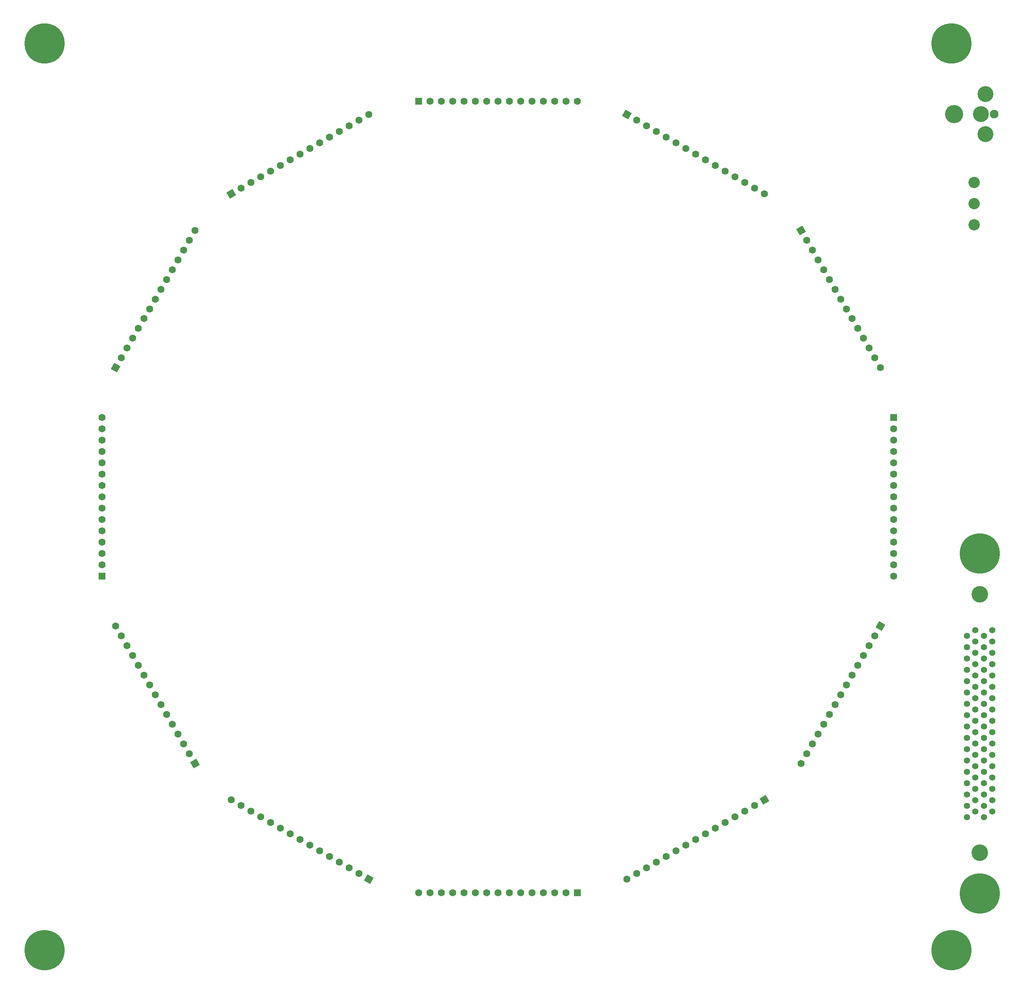
<source format=gbs>
%TF.GenerationSoftware,KiCad,Pcbnew,7.0.10-7.0.10~ubuntu22.04.1*%
%TF.CreationDate,2024-09-27T12:09:37-07:00*%
%TF.ProjectId,ni_arena_12-12,6e695f61-7265-46e6-915f-31322d31322e,rev?*%
%TF.SameCoordinates,Original*%
%TF.FileFunction,Soldermask,Bot*%
%TF.FilePolarity,Negative*%
%FSLAX46Y46*%
G04 Gerber Fmt 4.6, Leading zero omitted, Abs format (unit mm)*
G04 Created by KiCad (PCBNEW 7.0.10-7.0.10~ubuntu22.04.1) date 2024-09-27 12:09:37*
%MOMM*%
%LPD*%
G01*
G04 APERTURE LIST*
G04 Aperture macros list*
%AMRotRect*
0 Rectangle, with rotation*
0 The origin of the aperture is its center*
0 $1 length*
0 $2 width*
0 $3 Rotation angle, in degrees counterclockwise*
0 Add horizontal line*
21,1,$1,$2,0,0,$3*%
G04 Aperture macros list end*
%ADD10C,9.000000*%
%ADD11R,1.600000X1.600000*%
%ADD12C,1.600000*%
%ADD13RotRect,1.600000X1.600000X240.000000*%
%ADD14C,2.540000*%
%ADD15RotRect,1.600000X1.600000X150.000000*%
%ADD16RotRect,1.600000X1.600000X210.000000*%
%ADD17C,3.556000*%
%ADD18C,1.930400*%
%ADD19C,4.064000*%
%ADD20RotRect,1.600000X1.600000X30.000000*%
%ADD21RotRect,1.600000X1.600000X60.000000*%
%ADD22RotRect,1.600000X1.600000X120.000000*%
%ADD23RotRect,1.600000X1.600000X300.000000*%
%ADD24C,1.400000*%
%ADD25C,3.700000*%
%ADD26RotRect,1.600000X1.600000X330.000000*%
G04 APERTURE END LIST*
D10*
%TO.C,H1*%
X76200000Y-76200000D03*
%TD*%
D11*
%TO.C,P10*%
X195580000Y-266474000D03*
D12*
X193040000Y-266474000D03*
X190500000Y-266474000D03*
X187960000Y-266474000D03*
X185420000Y-266474000D03*
X182880000Y-266474000D03*
X180340000Y-266474000D03*
X177800000Y-266474000D03*
X175260000Y-266474000D03*
X172720000Y-266474000D03*
X170180000Y-266474000D03*
X167640000Y-266474000D03*
X165100000Y-266474000D03*
X162560000Y-266474000D03*
X160020000Y-266474000D03*
%TD*%
D13*
%TO.C,P12*%
X263484000Y-206739068D03*
D12*
X262214000Y-208938773D03*
X260944000Y-211138477D03*
X259674000Y-213338182D03*
X258404000Y-215537886D03*
X257134000Y-217737591D03*
X255864000Y-219937295D03*
X254594000Y-222137000D03*
X253324000Y-224336705D03*
X252054000Y-226536409D03*
X250784000Y-228736114D03*
X249514000Y-230935818D03*
X248244000Y-233135523D03*
X246974000Y-235335227D03*
X245704000Y-237534932D03*
%TD*%
D11*
%TO.C,P7*%
X89126000Y-195580000D03*
D12*
X89126000Y-193040000D03*
X89126000Y-190500000D03*
X89126000Y-187960000D03*
X89126000Y-185420000D03*
X89126000Y-182880000D03*
X89126000Y-180340000D03*
X89126000Y-177800000D03*
X89126000Y-175260000D03*
X89126000Y-172720000D03*
X89126000Y-170180000D03*
X89126000Y-167640000D03*
X89126000Y-165100000D03*
X89126000Y-162560000D03*
X89126000Y-160020000D03*
%TD*%
D14*
%TO.C,SW1*%
X284480000Y-116840000D03*
X284480000Y-112090200D03*
X284480000Y-107340400D03*
%TD*%
D15*
%TO.C,P9*%
X148860932Y-263484000D03*
D12*
X146661227Y-262214000D03*
X144461523Y-260944000D03*
X142261818Y-259674000D03*
X140062114Y-258404000D03*
X137862409Y-257134000D03*
X135662705Y-255864000D03*
X133463000Y-254594000D03*
X131263295Y-253324000D03*
X129063591Y-252054000D03*
X126863886Y-250784000D03*
X124664182Y-249514000D03*
X122464477Y-248244000D03*
X120264773Y-246974000D03*
X118065068Y-245704000D03*
%TD*%
D16*
%TO.C,P11*%
X237534932Y-245704000D03*
D12*
X235335227Y-246974000D03*
X233135523Y-248244000D03*
X230935818Y-249514000D03*
X228736114Y-250784000D03*
X226536409Y-252054000D03*
X224336705Y-253324000D03*
X222137000Y-254594000D03*
X219937295Y-255864000D03*
X217737591Y-257134000D03*
X215537886Y-258404000D03*
X213338182Y-259674000D03*
X211138477Y-260944000D03*
X208938773Y-262214000D03*
X206739068Y-263484000D03*
%TD*%
D10*
%TO.C,H3*%
X279400000Y-279400000D03*
%TD*%
%TO.C,H4*%
X76200000Y-279400000D03*
%TD*%
D17*
%TO.C,J1*%
X287020000Y-87528400D03*
D18*
X289026600Y-92024200D03*
D17*
X287020000Y-96520000D03*
D19*
X280035000Y-92024200D03*
D17*
X286029400Y-92024200D03*
%TD*%
D20*
%TO.C,P5*%
X118065068Y-109896000D03*
D12*
X120264773Y-108626000D03*
X122464477Y-107356000D03*
X124664182Y-106086000D03*
X126863886Y-104816000D03*
X129063591Y-103546000D03*
X131263295Y-102276000D03*
X133463000Y-101006000D03*
X135662705Y-99736000D03*
X137862409Y-98466000D03*
X140062114Y-97196000D03*
X142261818Y-95926000D03*
X144461523Y-94656000D03*
X146661227Y-93386000D03*
X148860932Y-92116000D03*
%TD*%
D11*
%TO.C,P4*%
X160020000Y-89126000D03*
D12*
X162560000Y-89126000D03*
X165100000Y-89126000D03*
X167640000Y-89126000D03*
X170180000Y-89126000D03*
X172720000Y-89126000D03*
X175260000Y-89126000D03*
X177800000Y-89126000D03*
X180340000Y-89126000D03*
X182880000Y-89126000D03*
X185420000Y-89126000D03*
X187960000Y-89126000D03*
X190500000Y-89126000D03*
X193040000Y-89126000D03*
X195580000Y-89126000D03*
%TD*%
D10*
%TO.C,H5*%
X285750000Y-190500000D03*
%TD*%
D11*
%TO.C,P1*%
X266474000Y-160020000D03*
D12*
X266474000Y-162560000D03*
X266474000Y-165100000D03*
X266474000Y-167640000D03*
X266474000Y-170180000D03*
X266474000Y-172720000D03*
X266474000Y-175260000D03*
X266474000Y-177800000D03*
X266474000Y-180340000D03*
X266474000Y-182880000D03*
X266474000Y-185420000D03*
X266474000Y-187960000D03*
X266474000Y-190500000D03*
X266474000Y-193040000D03*
X266474000Y-195580000D03*
%TD*%
D21*
%TO.C,P6*%
X92116000Y-148860932D03*
D12*
X93386000Y-146661227D03*
X94656000Y-144461523D03*
X95926000Y-142261818D03*
X97196000Y-140062114D03*
X98466000Y-137862409D03*
X99736000Y-135662705D03*
X101006000Y-133463000D03*
X102276000Y-131263295D03*
X103546000Y-129063591D03*
X104816000Y-126863886D03*
X106086000Y-124664182D03*
X107356000Y-122464477D03*
X108626000Y-120264773D03*
X109896000Y-118065068D03*
%TD*%
D22*
%TO.C,P8*%
X109896000Y-237534932D03*
D12*
X108626000Y-235335227D03*
X107356000Y-233135523D03*
X106086000Y-230935818D03*
X104816000Y-228736114D03*
X103546000Y-226536409D03*
X102276000Y-224336705D03*
X101006000Y-222137000D03*
X99736000Y-219937295D03*
X98466000Y-217737591D03*
X97196000Y-215537886D03*
X95926000Y-213338182D03*
X94656000Y-211138477D03*
X93386000Y-208938773D03*
X92116000Y-206739068D03*
%TD*%
D10*
%TO.C,H2*%
X279400000Y-76200000D03*
%TD*%
%TO.C,H6*%
X285750000Y-266700000D03*
%TD*%
D23*
%TO.C,P2*%
X245704000Y-118065068D03*
D12*
X246974000Y-120264773D03*
X248244000Y-122464477D03*
X249514000Y-124664182D03*
X250784000Y-126863886D03*
X252054000Y-129063591D03*
X253324000Y-131263295D03*
X254594000Y-133463000D03*
X255864000Y-135662705D03*
X257134000Y-137862409D03*
X258404000Y-140062114D03*
X259674000Y-142261818D03*
X260944000Y-144461523D03*
X262214000Y-146661227D03*
X263484000Y-148860932D03*
%TD*%
D24*
%TO.C,J2*%
X282892500Y-249555000D03*
X284797500Y-248285000D03*
X282892500Y-247015000D03*
X284797500Y-245745000D03*
X282892500Y-244475000D03*
X284797500Y-243205000D03*
X282892500Y-241935000D03*
X284797500Y-240665000D03*
X282892500Y-239395000D03*
X284797500Y-238125000D03*
X282892500Y-236855000D03*
X284797500Y-235585000D03*
X282892500Y-234315000D03*
X284797500Y-233045000D03*
X282892500Y-231775000D03*
X284797500Y-230505000D03*
X282892500Y-229235000D03*
X284797500Y-227965000D03*
X282892500Y-226695000D03*
X284797500Y-225425000D03*
X282892500Y-224155000D03*
X284797500Y-222885000D03*
X282892500Y-221615000D03*
X284797500Y-220345000D03*
X282892500Y-219075000D03*
X284797500Y-217805000D03*
X282892500Y-216535000D03*
X284797500Y-215265000D03*
X282892500Y-213995000D03*
X284797500Y-212725000D03*
X282892500Y-211455000D03*
X284797500Y-210185000D03*
X282892500Y-208915000D03*
X284797500Y-207645000D03*
X286702500Y-249555000D03*
X288607500Y-248285000D03*
X286702500Y-247015000D03*
X288607500Y-245745000D03*
X286702500Y-244475000D03*
X288607500Y-243205000D03*
X286702500Y-241935000D03*
X288607500Y-240665000D03*
X286702500Y-239395000D03*
X288607500Y-238125000D03*
X286702500Y-236855000D03*
X288607500Y-235585000D03*
X286702500Y-234315000D03*
X288607500Y-233045000D03*
X286702500Y-231775000D03*
X288607500Y-230505000D03*
X286702500Y-229235000D03*
X288607500Y-227965000D03*
X286702500Y-226695000D03*
X288607500Y-225425000D03*
X286702500Y-224155000D03*
X288607500Y-222885000D03*
X286702500Y-221615000D03*
X288607500Y-220345000D03*
X286702500Y-219075000D03*
X288607500Y-217805000D03*
X286702500Y-216535000D03*
X288607500Y-215265000D03*
X286702500Y-213995000D03*
X288607500Y-212725000D03*
X286702500Y-211455000D03*
X288607500Y-210185000D03*
X286702500Y-208915000D03*
X288607500Y-207645000D03*
D25*
X285750000Y-257555000D03*
X285750000Y-199645000D03*
%TD*%
D26*
%TO.C,P3*%
X206739068Y-92116000D03*
D12*
X208938773Y-93386000D03*
X211138477Y-94656000D03*
X213338182Y-95926000D03*
X215537886Y-97196000D03*
X217737591Y-98466000D03*
X219937295Y-99736000D03*
X222137000Y-101006000D03*
X224336705Y-102276000D03*
X226536409Y-103546000D03*
X228736114Y-104816000D03*
X230935818Y-106086000D03*
X233135523Y-107356000D03*
X235335227Y-108626000D03*
X237534932Y-109896000D03*
%TD*%
M02*

</source>
